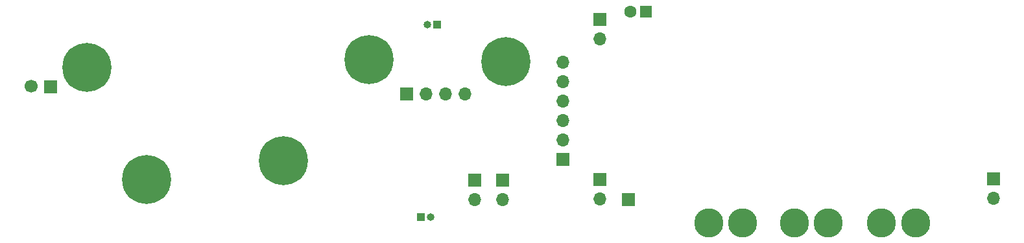
<source format=gbr>
%TF.GenerationSoftware,KiCad,Pcbnew,8.0.0*%
%TF.CreationDate,2024-08-24T04:45:33-07:00*%
%TF.ProjectId,sled,736c6564-2e6b-4696-9361-645f70636258,rev?*%
%TF.SameCoordinates,Original*%
%TF.FileFunction,Soldermask,Top*%
%TF.FilePolarity,Negative*%
%FSLAX46Y46*%
G04 Gerber Fmt 4.6, Leading zero omitted, Abs format (unit mm)*
G04 Created by KiCad (PCBNEW 8.0.0) date 2024-08-24 04:45:33*
%MOMM*%
%LPD*%
G01*
G04 APERTURE LIST*
G04 Aperture macros list*
%AMHorizOval*
0 Thick line with rounded ends*
0 $1 width*
0 $2 $3 position (X,Y) of the first rounded end (center of the circle)*
0 $4 $5 position (X,Y) of the second rounded end (center of the circle)*
0 Add line between two ends*
20,1,$1,$2,$3,$4,$5,0*
0 Add two circle primitives to create the rounded ends*
1,1,$1,$2,$3*
1,1,$1,$4,$5*%
%AMRotRect*
0 Rectangle, with rotation*
0 The origin of the aperture is its center*
0 $1 length*
0 $2 width*
0 $3 Rotation angle, in degrees counterclockwise*
0 Add horizontal line*
21,1,$1,$2,0,0,$3*%
G04 Aperture macros list end*
%ADD10RotRect,1.700000X1.700000X268.000000*%
%ADD11HorizOval,1.700000X0.000000X0.000000X0.000000X0.000000X0*%
%ADD12R,1.700000X1.700000*%
%ADD13O,1.700000X1.700000*%
%ADD14R,1.000000X1.000000*%
%ADD15O,1.000000X1.000000*%
%ADD16C,3.800000*%
%ADD17C,1.600000*%
%ADD18R,1.600000X1.600000*%
%ADD19C,6.400000*%
G04 APERTURE END LIST*
D10*
%TO.C,GPS1*%
X108971000Y-55626000D03*
D11*
X106432547Y-55537355D03*
%TD*%
D12*
%TO.C,BR1*%
X175920400Y-65176400D03*
D13*
X175920400Y-62636400D03*
X175920400Y-60096400D03*
X175920400Y-57556400D03*
X175920400Y-55016400D03*
X175920400Y-52476400D03*
%TD*%
D14*
%TO.C,BT2*%
X159461200Y-47498000D03*
D15*
X158191200Y-47498000D03*
%TD*%
D14*
%TO.C,BT1*%
X157327600Y-72644000D03*
D15*
X158597600Y-72644000D03*
%TD*%
D12*
%TO.C,SW4*%
X184404000Y-70351800D03*
%TD*%
%TO.C,SW3*%
X180746400Y-67806800D03*
D13*
X180746400Y-70346800D03*
%TD*%
D12*
%TO.C,SW2*%
X164338000Y-67857600D03*
D13*
X164338000Y-70397600D03*
%TD*%
D12*
%TO.C,SW1*%
X167995600Y-67857600D03*
D13*
X167995600Y-70397600D03*
%TD*%
%TO.C,LYRA1*%
X163128800Y-56581200D03*
X160588800Y-56581200D03*
X158048800Y-56581200D03*
D12*
X155508800Y-56581200D03*
%TD*%
%TO.C,J2*%
X232105200Y-67716400D03*
D13*
X232105200Y-70256400D03*
%TD*%
D12*
%TO.C,J1*%
X180746400Y-46837600D03*
D13*
X180746400Y-49377600D03*
%TD*%
D16*
%TO.C,H11*%
X210515200Y-73406000D03*
%TD*%
%TO.C,H10*%
X206146400Y-73406000D03*
%TD*%
%TO.C,H9*%
X221945200Y-73406000D03*
%TD*%
%TO.C,H8*%
X217474800Y-73406000D03*
%TD*%
%TO.C,H7*%
X199339200Y-73406000D03*
%TD*%
%TO.C,H6*%
X194919600Y-73406000D03*
%TD*%
D17*
%TO.C,BT3*%
X184725600Y-45869600D03*
D18*
X186725600Y-45869600D03*
%TD*%
D19*
%TO.C,H5*%
X121500000Y-67750000D03*
%TD*%
%TO.C,H4*%
X139416333Y-65335328D03*
%TD*%
%TO.C,H3*%
X113780646Y-53142541D03*
%TD*%
%TO.C,H2*%
X150532490Y-52126007D03*
%TD*%
%TO.C,H1*%
X168427502Y-52393444D03*
%TD*%
M02*

</source>
